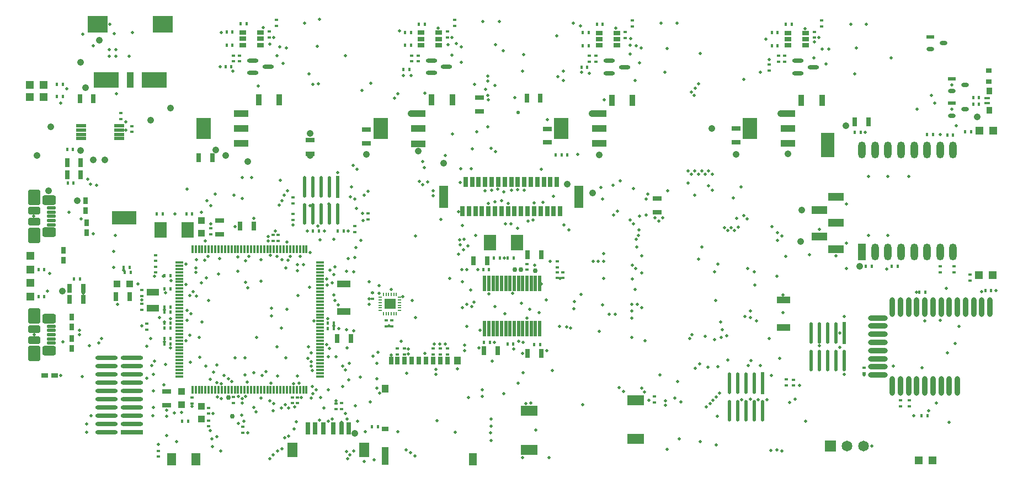
<source format=gts>
%FSLAX33Y33*%
%MOMM*%
%AMRect-W1500000-H2600000-RO0.500*
21,1,1.5,2.6,0.,0.,270*%
%AMRect-W670710-H1320710-RO1.000*
21,1,0.67071,1.32071,0.,0.,180*%
%AMRect-W370710-H570710-RO1.500*
21,1,0.37071,0.57071,0.,0.,90*%
%AMRect-W1200000-H1200000-RO1.000*
21,1,1.2,1.2,0.,0.,180*%
%AMRect-W1291421-H1844948-RO1.000*
21,1,1.291421,1.844948,0.,0.,180*%
%AMRect-W370710-H570710-RO0.500*
21,1,0.37071,0.57071,0.,0.,270*%
%AMRect-W1650000-H1650000-RO1.500*
21,1,1.65,1.65,0.,0.,90*%
%AMRect-W370710-H570710-RO1.000*
21,1,0.37071,0.57071,0.,0.,180*%
%AMRect-W670710-H1320710-RO1.500*
21,1,0.67071,1.32071,0.,0.,90*%
%AMRect-W1140000-H2290000-RO0.500*
21,1,1.14,2.29,0.,0.,270*%
%AMRect-W600000-H1050000-RO0.500*
21,1,0.6,1.05,0.,0.,270*%
%AMRR-H2375000-W1900000-R299999-RO0.000*
21,1,1.300002,2.375,0.,0.,360*
21,1,1.9,1.775002,0.,0.,360*
1,1,0.599998,-0.650001,0.887501*
1,1,0.599998,0.650001,0.887501*
1,1,0.599998,0.650001,-0.887501*
1,1,0.599998,-0.650001,-0.887501*%
%AMRR-H1174999-W1900000-R299999-RO0.000*
21,1,1.300002,1.174999,0.,0.,360*
21,1,1.9,0.575001,0.,0.,360*
1,1,0.599998,-0.650001,0.2875005*
1,1,0.599998,0.650001,0.2875005*
1,1,0.599998,0.650001,-0.2875005*
1,1,0.599998,-0.650001,-0.2875005*%
%AMRR-H1475000-W2100000-R299999-RO0.000*
21,1,1.500002,1.475,0.,0.,360*
21,1,2.1,0.875002,0.,0.,360*
1,1,0.599998,-0.750001,0.437501*
1,1,0.599998,0.750001,0.437501*
1,1,0.599998,0.750001,-0.437501*
1,1,0.599998,-0.750001,-0.437501*%
%AMRR-H450000-W1380000-R100000-RO0.000*
21,1,1.18,0.45,0.,0.,360*
21,1,1.38,0.25,0.,0.,360*
1,1,0.2,-0.59,0.125*
1,1,0.2,0.59,0.125*
1,1,0.2,0.59,-0.125*
1,1,0.2,-0.59,-0.125*%
%AMRect-W1020000-H760000-RO1.500*
21,1,1.02,0.76,0.,0.,90*%
%AMRR-H637228-W1771339-R318614-RO0.000*
21,1,1.134111,0.637228,0.,0.,360*
1,1,0.637228,-0.5670555,0.*
1,1,0.637228,0.5670555,0.*
1,1,0.637228,0.5670555,-0.*
1,1,0.637228,-0.5670555,0.*%
%AMRect-W3810000-H2290000-RO1.000*
21,1,3.81,2.29,0.,0.,180*%
%AMRect-W1020000-H2290000-RO1.000*
21,1,1.02,2.29,0.,0.,180*%
%AMRect-W3000000-H2500000-RO1.000*
21,1,3.,2.5,0.,0.,180*%
%AMRect-W300000-H1200000-RO1.000*
21,1,0.3,1.2,0.,0.,180*%
%AMRect-W1200000-H300000-RO1.000*
21,1,1.2,0.3,0.,0.,180*%
%AMRect-W1000000-H1000000-RO1.000*
21,1,1.,1.,0.,0.,180*%
%AMRect-W2352833-H494928-RO1.500*
21,1,2.352833,0.494928,0.,0.,90*%
%AMRect-W3323205-H541421-RO0.500*
21,1,3.323205,0.541421,0.,0.,270*%
%AMRR-H541421-W3323205-R270710-RO0.500*
21,1,2.781785,0.541421,0.,0.,270*
21,1,3.323205,0.000001,0.,0.,270*
1,1,0.54142,0.0000005,1.3908925*
1,1,0.54142,0.0000005,-1.3908925*
1,1,0.54142,-0.0000005,-1.3908925*
1,1,0.54142,-0.0000005,1.3908925*%
%AMRect-W950000-H2150000-RO1.500*
21,1,0.95,2.15,0.,0.,90*%
%AMRect-W3250000-H2150000-RO1.500*
21,1,3.25,2.15,0.,0.,90*%
%AMRR-H750000-W750000-R375000-RO1.500*
1,1,0.75,-0.,-0.*
1,1,0.75,-0.,0.*
1,1,0.75,0.,0.*
1,1,0.75,0.,-0.*%
%AMRect-W670710-H1320710-RO0.500*
21,1,0.67071,1.32071,0.,0.,270*%
%AMRect-W670710-H870710-RO1.500*
21,1,0.67071,0.87071,0.,0.,90*%
%AMRect-W1020000-H760000-RO0.500*
21,1,1.02,0.76,0.,0.,270*%
%AMRR-H200000-W634948-R100000-RO0.000*
21,1,0.434948,0.2,0.,0.,360*
1,1,0.2,-0.217474,0.*
1,1,0.2,0.217474,0.*
1,1,0.2,0.217474,-0.*
1,1,0.2,-0.217474,0.*%
%AMRR-H634948-W200000-R100000-RO0.000*
21,1,0.2,0.434948,0.,0.,360*
1,1,0.2,0.,0.217474*
1,1,0.2,0.,0.217474*
1,1,0.2,0.,-0.217474*
1,1,0.2,-0.,-0.217474*%
%AMRR-H610710-W1188281-R305355-RO0.000*
21,1,0.577571,0.61071,0.,0.,360*
1,1,0.61071,-0.2887855,0.*
1,1,0.61071,0.2887855,0.*
1,1,0.61071,0.2887855,-0.*
1,1,0.61071,-0.2887855,0.*%
%AMRect-W3456201-H624928-RO1.000*
21,1,3.456201,0.624928,0.,0.,180*%
%AMRR-H624928-W3456201-R312464-RO1.000*
21,1,2.831273,0.624928,0.,0.,180*
1,1,0.624928,1.4156365,-0.*
1,1,0.624928,-1.4156365,-0.*
1,1,0.624928,-1.4156365,0.*
1,1,0.624928,1.4156365,0.*%
%AMRect-W1500000-H450000-RO1.000*
21,1,1.5,0.45,0.,0.,180*%
%AMRect-W400000-H800000-RO1.500*
21,1,0.4,0.8,0.,0.,90*%
%AMRect-W1000000-H900000-RO1.500*
21,1,1.,0.9,0.,0.,90*%
%AMRect-W1200000-H1200000-RO0.500*
21,1,1.2,1.2,0.,0.,270*%
%AMRect-W1600000-H2200000-RO1.000*
21,1,1.6,2.2,0.,0.,180*%
%AMRect-W700000-H1800000-RO1.000*
21,1,0.7,1.8,0.,0.,180*%
%AMRect-W1000000-H1000000-RO0.500*
21,1,1.,1.,0.,0.,270*%
%AMRect-W1000000-H1000000-RO1.500*
21,1,1.,1.,0.,0.,90*%
%AMRect-W1000000-H2000000-RO0.500*
21,1,1.,2.,0.,0.,270*%
%AMRect-W1000000-H1800000-RO1.500*
21,1,1.,1.8,0.,0.,90*%
%AMRR-H750000-W750000-R375000-RO0.000*
1,1,0.75,0.,0.*
1,1,0.75,0.,0.*
1,1,0.75,0.,-0.*
1,1,0.75,-0.,0.*%
%AMRect-W700000-H1500000-RO1.000*
21,1,0.7,1.5,0.,0.,180*%
%AMRect-W1300000-H3400000-RO1.000*
21,1,1.3,3.4,0.,0.,180*%
%AMRR-H850000-W3000000-R425000-RO0.500*
21,1,2.15,0.85,0.,0.,270*
1,1,0.85,0.,1.075*
1,1,0.85,0.,-1.075*
1,1,0.85,-0.,-1.075*
1,1,0.85,-0.,1.075*%
%AMRR-H3000000-W850000-R425000-RO0.500*
21,1,0.85,2.15,0.,0.,270*
1,1,0.85,1.075,0.*
1,1,0.85,1.075,-0.*
1,1,0.85,-1.075,-0.*
1,1,0.85,-1.075,0.*%
%AMRect-W2000000-H3800000-RO0.500*
21,1,2.,3.8,0.,0.,270*%
%AMRect-W2570710-H1170710-RO1.500*
21,1,2.57071,1.17071,0.,0.,90*%
%AMRR-H1170710-W2570710-R585355-RO1.500*
21,1,1.4,1.17071,0.,0.,90*
1,1,1.17071,-0.,-0.7*
1,1,1.17071,-0.,0.7*
1,1,1.17071,0.,0.7*
1,1,1.17071,0.,-0.7*%
%AMRect-W1900000-H2400000-RO1.000*
21,1,1.9,2.4,0.,0.,180*%
%ADD10C,0.508*%
%ADD11C,1.0668*%
%ADD12C,0.5588*%
%ADD13R,0.37071X0.57071*%
%ADD14Rect-W1500000-H2600000-RO0.500*%
%ADD15Rect-W670710-H1320710-RO1.000*%
%ADD16R,0.7X1.2*%
%ADD17R,1.X1.2*%
%ADD18R,1.X0.8*%
%ADD19R,1.3X1.9*%
%ADD20R,1.X2.8*%
%ADD21Rect-W370710-H570710-RO1.500*%
%ADD22R,2.X3.8*%
%ADD23Rect-W1200000-H1200000-RO1.000*%
%ADD24Rect-W1291421-H1844948-RO1.000*%
%ADD25Rect-W370710-H570710-RO0.500*%
%ADD26C,1.65*%
%ADD27Rect-W1650000-H1650000-RO1.500*%
%ADD28Rect-W370710-H570710-RO1.000*%
%ADD29Rect-W670710-H1320710-RO1.500*%
%ADD30Rect-W1140000-H2290000-RO0.500*%
%ADD31Rect-W600000-H1050000-RO0.500*%
%ADD32RR-H2375000-W1900000-R299999-RO0.000*%
%ADD33RR-H1174999-W1900000-R299999-RO0.000*%
%ADD34RR-H1475000-W2100000-R299999-RO0.000*%
%ADD35RR-H450000-W1380000-R100000-RO0.000*%
%ADD36Rect-W1020000-H760000-RO1.500*%
%ADD37RR-H637228-W1771339-R318614-RO0.000*%
%ADD38Rect-W3810000-H2290000-RO1.000*%
%ADD39Rect-W1020000-H2290000-RO1.000*%
%ADD40Rect-W3000000-H2500000-RO1.000*%
%ADD41R,0.67071X1.32071*%
%ADD42Rect-W300000-H1200000-RO1.000*%
%ADD43Rect-W1200000-H300000-RO1.000*%
%ADD44Rect-W1000000-H1000000-RO1.000*%
%ADD45Rect-W2352833-H494928-RO1.500*%
%ADD46R,0.82071X1.67071*%
%ADD47Rect-W3323205-H541421-RO0.500*%
%ADD48RR-H541421-W3323205-R270710-RO0.500*%
%ADD49Rect-W950000-H2150000-RO1.500*%
%ADD50Rect-W3250000-H2150000-RO1.500*%
%ADD51RR-H750000-W750000-R375000-RO1.500*%
%ADD52Rect-W670710-H1320710-RO0.500*%
%ADD53Rect-W670710-H870710-RO1.500*%
%ADD54Rect-W1020000-H760000-RO0.500*%
%ADD55R,1.7X1.54*%
%ADD56RR-H200000-W634948-R100000-RO0.000*%
%ADD57RR-H634948-W200000-R100000-RO0.000*%
%ADD58R,1.188281X0.61071*%
%ADD59RR-H610710-W1188281-R305355-RO0.000*%
%ADD60Rect-W3456201-H624928-RO1.000*%
%ADD61RR-H624928-W3456201-R312464-RO1.000*%
%ADD62Rect-W1500000-H450000-RO1.000*%
%ADD63R,1.9X2.4*%
%ADD64Rect-W400000-H800000-RO1.500*%
%ADD65Rect-W1000000-H900000-RO1.500*%
%ADD66Rect-W1200000-H1200000-RO0.500*%
%ADD67Rect-W1600000-H2200000-RO1.000*%
%ADD68Rect-W700000-H1800000-RO1.000*%
%ADD69R,1.02X0.76*%
%ADD70Rect-W1000000-H1000000-RO0.500*%
%ADD71Rect-W1000000-H1000000-RO1.500*%
%ADD72Rect-W1000000-H2000000-RO0.500*%
%ADD73Rect-W1000000-H1800000-RO1.500*%
%ADD74RR-H750000-W750000-R375000-RO0.000*%
%ADD75Rect-W700000-H1500000-RO1.000*%
%ADD76Rect-W1300000-H3400000-RO1.000*%
%ADD77RR-H850000-W3000000-R425000-RO0.500*%
%ADD78RR-H3000000-W850000-R425000-RO0.500*%
%ADD79Rect-W2000000-H3800000-RO0.500*%
%ADD80Rect-W2570710-H1170710-RO1.500*%
%ADD81RR-H1170710-W2570710-R585355-RO1.500*%
%ADD82Rect-W1900000-H2400000-RO1.000*%
D10*
%LNtop solder mask_traces*%
G01*
X138372Y22600D03*
X47696Y29755D03*
X45540Y35075D03*
X78650Y5850D03*
X39887Y62150D03*
X39075Y2665D03*
X46140Y9285D03*
X80475Y53500D03*
X82025Y60150D03*
X38425Y66155D03*
X53625Y26922D03*
X130250Y3450D03*
X69947Y18520D03*
X77925Y10025D03*
X114450Y19925D03*
X72852Y42907D03*
X33590Y8135D03*
X82875Y59525D03*
X45204Y37159D03*
X47475Y28455D03*
X58873Y14600D03*
X29775Y4835D03*
X41300Y2565D03*
X42165Y26530D03*
X75900Y36842D03*
D11*
X119325Y34796D03*
X50875Y5375D03*
D10*
X13343Y68199D03*
X46645Y28105D03*
X53840Y1325D03*
X67258Y62325D03*
X103100Y45650D03*
X75098Y26900D03*
X135950Y44800D03*
X27050Y20105D03*
X116641Y23924D03*
X121400Y65496D03*
D11*
X44075Y48050D03*
D10*
X100375Y68360D03*
X49750Y18455D03*
X52900Y42500D03*
X22585Y18455D03*
X41425Y37375D03*
X141697Y27650D03*
X89050Y32929D03*
X129725Y35750D03*
X70912Y42575D03*
X83400Y21711D03*
X6200Y31915D03*
X32990Y32430D03*
X71912Y42725D03*
X107155Y20075D03*
X41490Y13000D03*
X47650Y35150D03*
X28365Y32550D03*
X105100Y15525D03*
X28690Y13650D03*
X9750Y6812D03*
X38490Y9900D03*
X79179Y23931D03*
X44250Y17755D03*
X93400Y25196D03*
D11*
X29550Y48850D03*
D10*
X93400Y20108D03*
X120101Y7249D03*
X111600Y10587D03*
X117025Y32565D03*
X57980Y19475D03*
X103927Y4075D03*
X49025Y15655D03*
X8625Y20500D03*
X38925Y18630D03*
X72362Y19325D03*
X10750Y64880D03*
X111630Y23171D03*
X107605Y36975D03*
X43839Y60550D03*
X98825Y2900D03*
X72375Y58785D03*
X106325Y3550D03*
X139358Y57304D03*
X66812Y32850D03*
X120650Y32775D03*
X51100Y33895D03*
X93155Y63579D03*
X71786Y4275D03*
X49750Y7586D03*
X104630Y20230D03*
X25775Y23755D03*
X28140Y29255D03*
X36490Y28700D03*
X66673Y15250D03*
X108655Y36975D03*
X21871Y15955D03*
X142492Y55120D03*
X16300Y63295D03*
X51250Y45936D03*
X87488Y31796D03*
X77117Y9975D03*
X27340Y28455D03*
X40195Y9805D03*
X93125Y38110D03*
X105150Y43375D03*
X69633Y51644D03*
X133500Y15658D03*
X40750Y9250D03*
X57550Y57475D03*
X98600Y10350D03*
X122230Y18800D03*
X30446Y10684D03*
X36875Y67649D03*
X44489Y58925D03*
X102269Y19916D03*
X28475Y25800D03*
X63650Y67585D03*
X74832Y37525D03*
X40050Y41897D03*
X39075Y14130D03*
X51000Y9625D03*
X4025Y22988D03*
X42340Y13075D03*
X100975Y10226D03*
X22075Y5025D03*
X19000Y18755D03*
X92150Y11775D03*
X95446Y19609D03*
X40497Y24402D03*
X54500Y17820D03*
X143050Y19125D03*
X66481Y65259D03*
X34390Y13200D03*
X102580Y45175D03*
X113940Y65925D03*
X4025Y18055D03*
X76912Y42725D03*
X80400Y18040D03*
X54275Y12300D03*
X49850Y32211D03*
X85625Y26725D03*
D11*
X117350Y48275D03*
D10*
X71786Y7586D03*
X52050Y39111D03*
X72500Y48619D03*
X74912Y42725D03*
X104150Y33975D03*
X18200Y25850D03*
X112275Y28146D03*
X62958Y41842D03*
X72509Y65094D03*
X60255Y23100D03*
X71786Y6480D03*
X67658Y35175D03*
X54275Y13730D03*
X100650Y4475D03*
X22075Y8900D03*
X72434Y24800D03*
X38125Y23425D03*
X9260Y26825D03*
X51325Y7215D03*
X45275Y59025D03*
X61588Y46200D03*
X88911Y25119D03*
X91620Y44100D03*
X54650Y26850D03*
X76625Y61000D03*
X111130Y38296D03*
X61300Y47075D03*
D11*
X20221Y58950D03*
D10*
X21685Y22455D03*
X93946Y27496D03*
X76015Y19459D03*
X90590Y38900D03*
X106075Y30150D03*
X122100Y66116D03*
X89050Y31796D03*
X114775Y2725D03*
X69308Y58975D03*
X66812Y39375D03*
X13880Y30858D03*
X110275Y10537D03*
X78412Y40750D03*
X75320Y18310D03*
X110736Y23271D03*
D11*
X8860Y48825D03*
D10*
X50630Y46475D03*
X50175Y2025D03*
X139175Y64355D03*
X28195Y41100D03*
X90845Y23646D03*
X126325Y40600D03*
X55675Y1075D03*
X11625Y19250D03*
X112825Y10537D03*
X28775Y40340D03*
X46843Y17105D03*
X71857Y49150D03*
X9125Y66630D03*
X93400Y24146D03*
X9950Y44390D03*
X47120Y30430D03*
X88375Y20996D03*
X88675Y43125D03*
X1600Y38700D03*
X132562Y30600D03*
X49819Y1450D03*
X14165Y35725D03*
X43189Y68340D03*
X105775Y42705D03*
X20891Y23105D03*
X139925Y56070D03*
X76818Y63501D03*
X38750Y36400D03*
X57475Y5600D03*
X13204Y63295D03*
X74002Y37560D03*
X45450Y7390D03*
X19000Y13800D03*
X40497Y34720D03*
X81925Y66375D03*
X13880Y33325D03*
X32490Y16950D03*
X35404Y38341D03*
X110630Y38846D03*
X39350Y64734D03*
X44195Y15680D03*
X56473Y17385D03*
X1125Y28458D03*
D11*
X60650Y48725D03*
D10*
X71496Y26750D03*
X20002Y9355D03*
X63350Y14390D03*
X27340Y39335D03*
X91450Y12400D03*
X7475Y23205D03*
X48299Y45375D03*
X114850Y14250D03*
X61300Y43525D03*
X40375Y64549D03*
X126040Y23275D03*
X126325Y30697D03*
X83025Y37373D03*
X34500Y27675D03*
X116475Y35646D03*
X116641Y26646D03*
X78262Y38150D03*
X136697Y8050D03*
X25200Y24240D03*
X69775Y30496D03*
X43040Y31305D03*
X119125Y12735D03*
X116450Y2675D03*
X8925Y38275D03*
X25025Y28255D03*
X140175Y10050D03*
X108124Y16650D03*
X103780Y16045D03*
X137122Y27058D03*
X48475Y21455D03*
X49425Y8425D03*
X93400Y23071D03*
X27890Y31913D03*
X94925Y12295D03*
X94900Y24646D03*
X98130Y38475D03*
X46796Y22955D03*
X129225Y51578D03*
X94125Y35146D03*
X94900Y32646D03*
X43219Y44650D03*
X71278Y57285D03*
X37840Y10379D03*
X104680Y45150D03*
X106511Y7975D03*
X105200Y45650D03*
X67750Y18079D03*
X123225Y62087D03*
X138982Y8857D03*
X26490Y30055D03*
X9050Y14119D03*
X110934Y13075D03*
X109730Y36996D03*
X47696Y21850D03*
X119438Y56650D03*
D11*
X3900Y42650D03*
D10*
X129425Y68201D03*
X126040Y14388D03*
X26527Y1950D03*
X127025Y68201D03*
X67083Y43925D03*
X141825Y17700D03*
X111175Y30646D03*
X105730Y45150D03*
X102050Y45650D03*
X43640Y36400D03*
X140750Y22722D03*
X105432Y9900D03*
X111675Y16550D03*
X20175Y16455D03*
X65450Y29175D03*
X93450Y29046D03*
X29225Y14780D03*
X42564Y32525D03*
X61639Y57600D03*
X67259Y64750D03*
X63480Y7350D03*
X110575Y59700D03*
X37840Y1425D03*
X58800Y2850D03*
X50775Y21145D03*
X41710Y9400D03*
X50253Y41650D03*
X127838Y64569D03*
X80319Y25831D03*
X38950Y63383D03*
X85550Y67890D03*
X7475Y18440D03*
X85900Y9725D03*
X32190Y60963D03*
X19550Y19930D03*
X77315Y23075D03*
X56975Y56850D03*
D11*
X146400Y53950D03*
D10*
X60813Y44049D03*
D11*
X116275Y54477D03*
X109375Y48223D03*
D10*
X22585Y22955D03*
X15445Y30450D03*
X36120Y58700D03*
X15788Y51925D03*
X12075Y19915D03*
X115765Y36196D03*
X29775Y15830D03*
D11*
X88385Y48089D03*
D10*
X25900Y9470D03*
X94825Y64569D03*
X36490Y32005D03*
X34140Y31875D03*
X52500Y5600D03*
X52335Y41925D03*
X44024Y33105D03*
X103100Y41975D03*
X65925Y51317D03*
X47850Y25755D03*
X38374Y2025D03*
X62100Y43950D03*
X113164Y15789D03*
D11*
X2120Y48075D03*
D10*
X95630Y41310D03*
X41950Y7150D03*
X35850Y20100D03*
X59150Y17571D03*
X39500Y44225D03*
X122220Y36700D03*
X123637Y64410D03*
X71761Y5425D03*
X20002Y14432D03*
X64805Y19075D03*
X75425Y56925D03*
X27140Y17055D03*
X21871Y26955D03*
X67577Y33534D03*
X86860Y60665D03*
X10150Y18800D03*
X70960Y58225D03*
X33615Y10684D03*
X93891Y59550D03*
X37640Y35620D03*
X44400Y12600D03*
X30425Y66878D03*
X64800Y48000D03*
X142075Y7075D03*
X38365Y8825D03*
X70425Y11075D03*
X79512Y28300D03*
X30446Y12950D03*
X26490Y30755D03*
X10350Y43640D03*
X67750Y18950D03*
X83784Y36600D03*
X44250Y16355D03*
X53350Y59150D03*
X14500Y25200D03*
X35440Y14645D03*
X5738Y56075D03*
X73789Y42405D03*
X63950Y19100D03*
X114125Y10537D03*
X52325Y1075D03*
X14343Y57500D03*
X9750Y5542D03*
X61630Y17654D03*
X98845Y64475D03*
X71278Y60200D03*
X143372Y12683D03*
X93625Y37496D03*
X27968Y34905D03*
X67398Y24650D03*
X21650Y12777D03*
X40161Y4650D03*
X85675Y60850D03*
X50070Y16095D03*
X33640Y9990D03*
X111630Y24146D03*
X25125Y42844D03*
X3900Y36238D03*
X23275Y39049D03*
X32540Y37100D03*
X112175Y30146D03*
X71278Y59485D03*
X41625Y6075D03*
X25650Y16255D03*
X91205Y39472D03*
X71950Y16450D03*
X30325Y2675D03*
X46990Y18430D03*
X38125Y24550D03*
X50375Y43241D03*
X73818Y32320D03*
X107930Y20350D03*
X56725Y25037D03*
X143150Y52568D03*
X127589Y60525D03*
X33874Y7256D03*
X67062Y34296D03*
X89050Y29150D03*
X43929Y27815D03*
X26640Y32027D03*
X46575Y29105D03*
X33640Y41450D03*
X84400Y68375D03*
X44600Y22605D03*
D11*
X87310Y54475D03*
X83525Y43625D03*
D10*
X75900Y42825D03*
X32065Y13290D03*
X11300Y43490D03*
X98875Y42625D03*
X106630Y15575D03*
X111255Y15789D03*
X76696Y14635D03*
X39725Y32005D03*
X94400Y35796D03*
X68300Y34175D03*
X47425Y7586D03*
X94557Y62281D03*
X22678Y28774D03*
X94075Y64913D03*
X68808Y45975D03*
X35050Y44650D03*
X115765Y34996D03*
X64075Y41300D03*
X58250Y26337D03*
X65820Y63483D03*
D11*
X21050Y59800D03*
D10*
X56500Y27479D03*
X35400Y9350D03*
X71412Y40650D03*
X33640Y44650D03*
X129035Y14333D03*
X4050Y29900D03*
X94250Y25196D03*
X52000Y58050D03*
X106869Y11525D03*
X20002Y11892D03*
X95355Y11750D03*
X10450Y8082D03*
X33000Y11055D03*
X142492Y58889D03*
X37265Y14855D03*
X53251Y10156D03*
X97566Y37996D03*
X59700Y25737D03*
X93450Y31146D03*
D11*
X105722Y52177D03*
D10*
X78500Y31210D03*
X76696Y19325D03*
X39725Y41131D03*
X68325Y10875D03*
X96980Y38475D03*
X26625Y26415D03*
X50750Y2665D03*
D11*
X4211Y52425D03*
D10*
X103630Y45175D03*
X84544Y24496D03*
X112575Y22635D03*
X74412Y40650D03*
X19723Y15780D03*
X97725Y14375D03*
D11*
X19560Y53485D03*
D10*
X12812Y16972D03*
X40340Y16955D03*
X60175Y1850D03*
D11*
X8325Y41095D03*
D10*
X82875Y60975D03*
X132718Y35750D03*
D11*
X22625Y55321D03*
D10*
X42129Y14130D03*
D11*
X31115Y48010D03*
D10*
X43675Y16850D03*
X45759Y44650D03*
X34615Y32535D03*
X39300Y40450D03*
X97859Y68360D03*
X57750Y67174D03*
X103121Y58375D03*
X59150Y18346D03*
X49450Y15100D03*
D11*
X6050Y27225D03*
D10*
X103105Y15349D03*
X32990Y30275D03*
X107075Y22480D03*
X21685Y19455D03*
X5750Y14275D03*
X106580Y31375D03*
X84050Y21520D03*
X68113Y30496D03*
X110130Y43225D03*
X16662Y16972D03*
D11*
X64525Y46825D03*
D10*
X67200Y46000D03*
X114900Y37146D03*
X39640Y9250D03*
X67412Y37289D03*
X85250Y42275D03*
X104150Y45650D03*
X44025Y40350D03*
X32325Y41925D03*
X76007Y13096D03*
X69023Y0850D03*
X54275Y16082D03*
X51775Y13975D03*
X39700Y3000D03*
X68933Y49043D03*
X48850Y7050D03*
X65820Y66169D03*
X14203Y63295D03*
X35750Y8675D03*
D11*
X119475Y39625D03*
X128350Y30983D03*
X59575Y54450D03*
D10*
X53108Y26007D03*
X94145Y33975D03*
X71345Y52450D03*
X25585Y20430D03*
X54650Y28051D03*
X102950Y57250D03*
X95630Y38900D03*
X59450Y2400D03*
X124760Y32650D03*
X29775Y13150D03*
D12*
X77400Y56425D03*
D10*
X68050Y25163D03*
X27450Y22455D03*
X113150Y60824D03*
X109500Y38350D03*
X100023Y10750D03*
X43725Y5700D03*
X89925Y23646D03*
X53700Y17200D03*
X133197Y62987D03*
X31490Y13750D03*
X93675Y42995D03*
X102514Y57800D03*
D11*
X10750Y47325D03*
D12*
X79300Y56425D03*
D10*
X65250Y65094D03*
X81250Y15025D03*
X20187Y29455D03*
X98600Y9675D03*
X43775Y18630D03*
X42140Y30350D03*
X93246Y66025D03*
X84594Y25575D03*
X4385Y19225D03*
X143650Y21750D03*
X104875Y9400D03*
D11*
X87375Y42275D03*
D10*
X94480Y36646D03*
X149250Y27298D03*
X40640Y31923D03*
X45655Y10890D03*
X6749Y58275D03*
X30250Y61700D03*
X16808Y66875D03*
X49950Y13575D03*
X68050Y21775D03*
X79562Y45937D03*
X40990Y32500D03*
X137150Y55120D03*
X48048Y17105D03*
D11*
X11728Y65740D03*
D10*
X70559Y68635D03*
X25025Y19605D03*
X20750Y3675D03*
D11*
X126250Y52568D03*
D10*
X70125Y21200D03*
X45501Y68951D03*
X49452Y63372D03*
D11*
X9575Y58484D03*
D10*
X117600Y10100D03*
X34140Y28550D03*
X46850Y7200D03*
X28050Y15675D03*
X108976Y41555D03*
X21541Y29455D03*
X73675Y64103D03*
X103630Y32089D03*
D11*
X34475Y47075D03*
D10*
X102075Y43800D03*
X137947Y15475D03*
X30840Y14294D03*
X70425Y12082D03*
X73408Y41075D03*
X36490Y10740D03*
X58375Y60325D03*
X64150Y38205D03*
X102630Y20475D03*
X28775Y37555D03*
X24325Y8600D03*
X103650Y59050D03*
X125350Y20775D03*
X76471Y25325D03*
X42140Y31305D03*
X50925Y32400D03*
X60255Y35700D03*
X67350Y30545D03*
X39650Y21550D03*
X49850Y36400D03*
X47998Y10395D03*
X45168Y64780D03*
X66325Y5550D03*
X79787Y40870D03*
X100425Y13300D03*
X25025Y31325D03*
X23225Y8470D03*
D11*
X44075Y51410D03*
D10*
X93975Y30675D03*
X36640Y14244D03*
X44940Y12055D03*
X108130Y36496D03*
X80875Y31766D03*
X50750Y30130D03*
X6110Y19450D03*
X22075Y8026D03*
X44400Y14980D03*
X108394Y11650D03*
X147122Y27125D03*
X73942Y23767D03*
X13204Y64270D03*
X48350Y25105D03*
X140718Y51253D03*
X63350Y15142D03*
X49625Y21276D03*
X56195Y21907D03*
X90545Y43424D03*
X51810Y34975D03*
X25200Y22755D03*
X29519Y42125D03*
X62950Y42575D03*
X19932Y8082D03*
X81412Y41800D03*
X122575Y64410D03*
X25550Y26540D03*
X118475Y10625D03*
X28950Y4475D03*
X53108Y28622D03*
X23550Y4050D03*
X34090Y16950D03*
X40775Y4950D03*
X37900Y65134D03*
X67409Y28666D03*
X121375Y62987D03*
X44215Y10761D03*
X106350Y10961D03*
D11*
X12564Y47325D03*
D10*
X51121Y39900D03*
X29990Y29860D03*
X3725Y27225D03*
D11*
X52676Y48225D03*
D10*
X93155Y64984D03*
X8625Y21200D03*
X34065Y14319D03*
X59560Y60325D03*
X38990Y32500D03*
X68825Y24800D03*
X94630Y38750D03*
X107280Y21250D03*
X126325Y34539D03*
X37640Y34905D03*
X34450Y5482D03*
X80675Y1650D03*
X14203Y64270D03*
X95836Y42095D03*
X13950Y66725D03*
X50925Y41375D03*
X37990Y32695D03*
D12*
X75925Y54615D03*
D10*
X115650Y29496D03*
X53108Y25137D03*
X105875Y10450D03*
X63075Y19100D03*
X49600Y30255D03*
X85075Y48200D03*
X68725Y27350D03*
X73775Y11450D03*
X29075Y3300D03*
D11*
X8848Y62350D03*
D10*
X76665Y17649D03*
X40340Y30755D03*
X76650Y1650D03*
X29840Y10990D03*
X49625Y2550D03*
X18200Y21875D03*
X109180Y36496D03*
X38075Y13075D03*
X46250Y36400D03*
X29140Y8384D03*
X120029Y67525D03*
X82275Y21805D03*
X17600Y28274D03*
X69424Y35723D03*
X52150Y38025D03*
X103925Y63675D03*
X77767Y24431D03*
X1725Y20525D03*
X42725Y10890D03*
X71401Y56574D03*
X47850Y30955D03*
X44500Y11455D03*
X47696Y26605D03*
X129725Y44800D03*
X90950Y67600D03*
X34177Y11055D03*
X46925Y40615D03*
X88911Y41375D03*
X73075Y68635D03*
X88251Y31796D03*
X66950Y35050D03*
X132718Y44800D03*
X116125Y16913D03*
X72412Y40950D03*
X94900Y30025D03*
X10800Y36025D03*
X15788Y53185D03*
X46596Y18987D03*
X7050Y39350D03*
X40575Y42575D03*
X96012Y10475D03*
X98520Y60809D03*
X114469Y62724D03*
D11*
X18800Y59075D03*
D10*
X106105Y19775D03*
X106275Y25725D03*
X46843Y12055D03*
X49075Y12600D03*
X26125Y27105D03*
X54730Y11525D03*
X82400Y29150D03*
X77505Y37975D03*
X28690Y5825D03*
X33000Y6857D03*
X125350Y18550D03*
X30140Y32195D03*
X115650Y2850D03*
X69200Y25475D03*
X89150Y56625D03*
X21685Y24326D03*
%LNtop solder mask component 8d8176c652b28f31*%
D13*
X21685Y23955D03*
X22585Y23955D03*
%LNtop solder mask component 3d01b59ca16decc5*%
D14*
X94030Y10475D03*
X94030Y4475D03*
%LNtop solder mask component fe16d7437670ba7e*%
D13*
X24410Y7240D03*
X25310Y7240D03*
%LNtop solder mask component 0e7b35130d0ff99a*%
D15*
X72846Y18079D03*
X70746Y18079D03*
%LNtop solder mask component fd7a499a83045005*%
D16*
X65123Y16505D03*
X64023Y16505D03*
X62923Y16505D03*
X61823Y16505D03*
X60723Y16505D03*
X59623Y16505D03*
X58523Y16505D03*
X57423Y16505D03*
D17*
X66673Y16505D03*
X55523Y12205D03*
D18*
X55523Y6005D03*
D19*
X69023Y1405D03*
D16*
X56473Y16505D03*
D20*
X55523Y1855D03*
%LNtop solder mask component 472ee2c8e8218825*%
D13*
X31250Y64950D03*
X32150Y64950D03*
%LNtop solder mask component 5b5cd6c896aa0a3e*%
D21*
X32275Y10026D03*
X32275Y10926D03*
%LNtop solder mask component 1a99584b80df3def*%
D15*
X8860Y45050D03*
X6760Y45050D03*
%LNtop solder mask component f3710dcd90077b2c*%
D22*
X123490Y49678D03*
%LNtop solder mask component d2ac5b4ecff3f70d*%
D23*
X148795Y29684D03*
X146695Y29684D03*
%LNtop solder mask component 144914b3b249c942*%
X3150Y58875D03*
X1050Y58875D03*
%LNtop solder mask component 3b8d17955e2cfb77*%
D24*
X26542Y1378D03*
X22789Y1378D03*
%LNtop solder mask component 2b154f964bafbd44*%
D13*
X74384Y32320D03*
X75284Y32320D03*
%LNtop solder mask component 9dc9427ff78a1708*%
D25*
X93531Y68781D03*
X93531Y67881D03*
%LNtop solder mask component 9a6a617898d3f957*%
D26*
X126425Y3450D03*
X128965Y3450D03*
D27*
X123885Y3450D03*
%LNtop solder mask component 1aa91201bface204*%
D13*
X15445Y30858D03*
X16345Y30858D03*
%LNtop solder mask component e4a1908786f7aa51*%
D25*
X65149Y18385D03*
X65149Y17485D03*
%LNtop solder mask component 7beaa66a6f42ca7d*%
D21*
X41425Y40680D03*
X41425Y41580D03*
%LNtop solder mask component e68585f2b13395c5*%
X28490Y6440D03*
X28490Y7340D03*
%LNtop solder mask component ef7b2a48bf855c81*%
D28*
X73148Y32320D03*
X72248Y32320D03*
%LNtop solder mask component 3dea93f421841177*%
D21*
X121425Y66116D03*
X121425Y67016D03*
%LNtop solder mask component 1809069dcdc6f26b*%
D29*
X97285Y39335D03*
X97285Y41435D03*
%LNtop solder mask component d80c84a6e1eed75a*%
D13*
X60761Y68225D03*
X61661Y68225D03*
%LNtop solder mask component 8d3a2affb6dbb62b*%
D30*
X122220Y35625D03*
X124760Y33625D03*
X122220Y39625D03*
X124760Y37725D03*
X124760Y41725D03*
%LNtop solder mask component 0880f7deec2e2533*%
D31*
X117379Y66831D03*
X117379Y65881D03*
X117379Y64931D03*
X120079Y64931D03*
X120079Y65881D03*
X120079Y66831D03*
%LNtop solder mask component e63c2a67783a0d7f*%
D25*
X140732Y30999D03*
X140732Y30099D03*
%LNtop solder mask component c79736d5252f37d5*%
D32*
X1700Y41613D03*
X1700Y35788D03*
D33*
X1700Y37863D03*
X1700Y39538D03*
D34*
X4000Y41163D03*
X4000Y36238D03*
D35*
X4360Y38700D03*
X4360Y39350D03*
X4360Y38050D03*
X4360Y37400D03*
X4360Y40000D03*
%LNtop solder mask component 6727a126ecd7265b*%
D31*
X88385Y66825D03*
X88385Y65875D03*
X88385Y64925D03*
X91085Y64925D03*
X91085Y65875D03*
X91085Y66825D03*
%LNtop solder mask component c0d4c99dee96a193*%
D29*
X44075Y48300D03*
X44075Y50400D03*
%LNtop solder mask component 8ae947fe91c62255*%
D36*
X7475Y18440D03*
X7475Y19960D03*
%LNtop solder mask component 2876f27dea03bff9*%
D23*
X3150Y56975D03*
X1050Y56975D03*
%LNtop solder mask component c6927a688512526e*%
D13*
X144574Y51675D03*
X145474Y51675D03*
%LNtop solder mask component 828fb400653a4caa*%
D21*
X145332Y28850D03*
X145332Y29750D03*
%LNtop solder mask component b6e25831873a2cb3*%
D13*
X81725Y48089D03*
X82625Y48089D03*
%LNtop solder mask component 1f7c8ee6a5a79f3e*%
D15*
X9240Y25975D03*
X7140Y25975D03*
%LNtop solder mask component 04aea7dac335c8d7*%
D13*
X114890Y64887D03*
X115790Y64887D03*
%LNtop solder mask component c3ff120a042b8933*%
D25*
X114469Y61990D03*
X114469Y61090D03*
%LNtop solder mask component 185cd787fb42763c*%
D37*
X89917Y62556D03*
X89917Y60656D03*
X92269Y61606D03*
%LNtop solder mask component 924f47f1949394a8*%
D28*
X128533Y51578D03*
X127633Y51578D03*
%LNtop solder mask component 04740504d352c888*%
X130204Y30983D03*
X129304Y30983D03*
%LNtop solder mask component ecaac2564770111f*%
D38*
X20144Y59629D03*
X12774Y59629D03*
D39*
X16459Y59629D03*
D40*
X11459Y68199D03*
X21459Y68199D03*
%LNtop solder mask component d54c3967a96e4a27*%
D28*
X47696Y21455D03*
X46796Y21455D03*
%LNtop solder mask component bf5a0dbd02ced38a*%
D41*
X77432Y17649D03*
X79532Y17649D03*
%LNtop solder mask component 04bd8a68eac8c3b8*%
D13*
X137897Y8050D03*
X138797Y8050D03*
%LNtop solder mask component a59a4285760105a6*%
D21*
X134622Y9529D03*
X134622Y10429D03*
%LNtop solder mask component e247659ae5da2a05*%
X118210Y12715D03*
X118210Y13615D03*
%LNtop solder mask component 7d7ef2977a0af631*%
D25*
X52975Y39111D03*
X52975Y38211D03*
%LNtop solder mask component 144e545643c7742a*%
D21*
X116890Y62429D03*
X116890Y63329D03*
%LNtop solder mask component ee61eb7a1f021cdf*%
D42*
X43490Y33655D03*
X42990Y33655D03*
X42490Y33655D03*
X41990Y33655D03*
X41490Y33655D03*
X40990Y33655D03*
X40490Y33655D03*
X39990Y33655D03*
X39490Y33655D03*
X38990Y33655D03*
X38490Y33655D03*
X37990Y33655D03*
X37490Y33655D03*
X36990Y33655D03*
X36490Y33655D03*
X35990Y33655D03*
X35490Y33655D03*
X34990Y33655D03*
X34490Y33655D03*
X33990Y33655D03*
X33490Y33655D03*
X32990Y33655D03*
X32490Y33655D03*
X31990Y33655D03*
X31490Y33655D03*
X30990Y33655D03*
X30490Y33655D03*
X29990Y33655D03*
X29490Y33655D03*
X28990Y33655D03*
X28490Y33655D03*
X27990Y33655D03*
X27490Y33655D03*
X26990Y33655D03*
X26490Y33655D03*
X25990Y33655D03*
D43*
X23940Y31605D03*
X23940Y31105D03*
X23940Y30605D03*
X23940Y30105D03*
X23940Y29605D03*
X23940Y29105D03*
X23940Y28605D03*
X23940Y28105D03*
X23940Y27605D03*
X23940Y27105D03*
X23940Y26605D03*
X23940Y26105D03*
X23940Y25605D03*
X23940Y25105D03*
X23940Y24605D03*
X23940Y24105D03*
X23940Y23605D03*
X23940Y23105D03*
X23940Y22605D03*
X23940Y22105D03*
X23940Y21605D03*
X23940Y21105D03*
X23940Y20605D03*
X23940Y20105D03*
X23940Y19605D03*
X23940Y19105D03*
X23940Y18605D03*
X23940Y18105D03*
X23940Y17605D03*
X23940Y17105D03*
X23940Y16605D03*
X23940Y16105D03*
X23940Y15605D03*
X23940Y15105D03*
X23940Y14605D03*
X23940Y14105D03*
D42*
X25990Y12055D03*
X26490Y12055D03*
X26990Y12055D03*
X27490Y12055D03*
X27990Y12055D03*
X28490Y12055D03*
X28990Y12055D03*
X29490Y12055D03*
X29990Y12055D03*
X30490Y12055D03*
X30990Y12055D03*
X31490Y12055D03*
X31990Y12055D03*
X32490Y12055D03*
X32990Y12055D03*
X33490Y12055D03*
X33990Y12055D03*
X34490Y12055D03*
X34990Y12055D03*
X35490Y12055D03*
X35990Y12055D03*
X36490Y12055D03*
X36990Y12055D03*
X37490Y12055D03*
X37990Y12055D03*
X38490Y12055D03*
X38990Y12055D03*
X39490Y12055D03*
X39990Y12055D03*
X40490Y12055D03*
X40990Y12055D03*
X41490Y12055D03*
X41990Y12055D03*
X42490Y12055D03*
X42990Y12055D03*
X43490Y12055D03*
D43*
X45540Y14105D03*
X45540Y14605D03*
X45540Y15105D03*
X45540Y15605D03*
X45540Y16105D03*
X45540Y16605D03*
X45540Y17105D03*
X45540Y17605D03*
X45540Y18105D03*
X45540Y18605D03*
X45540Y19105D03*
X45540Y19605D03*
X45540Y20105D03*
X45540Y20605D03*
X45540Y21105D03*
X45540Y21605D03*
X45540Y22105D03*
X45540Y22605D03*
X45540Y23105D03*
X45540Y23605D03*
X45540Y24105D03*
X45540Y24605D03*
X45540Y25105D03*
X45540Y25605D03*
X45540Y26105D03*
X45540Y26605D03*
X45540Y27105D03*
X45540Y27605D03*
X45540Y28105D03*
X45540Y28605D03*
X45540Y29105D03*
X45540Y29605D03*
X45540Y30105D03*
X45540Y30605D03*
X45540Y31105D03*
X45540Y31605D03*
%LNtop solder mask component 1316ecc152b96bef*%
D13*
X21685Y21526D03*
X22585Y21526D03*
%LNtop solder mask component e71f3a43f9d186e2*%
D15*
X129733Y53228D03*
X127633Y53228D03*
%LNtop solder mask component 4f30c60152c740b4*%
D25*
X82860Y30125D03*
X82860Y29225D03*
%LNtop solder mask component 46051a69af0d5c49*%
X18200Y27355D03*
X18200Y26455D03*
%LNtop solder mask component 1f8d529a554370dc*%
D21*
X60611Y62481D03*
X60611Y63381D03*
%LNtop solder mask component 8cf7f09d2484a02e*%
D29*
X52676Y49925D03*
X52676Y52025D03*
%LNtop solder mask component 5cd36c68b9319886*%
D23*
X139525Y1225D03*
X137425Y1225D03*
%LNtop solder mask component 0a0e2f7a4f3ed2b9*%
D44*
X14380Y28274D03*
X16380Y28274D03*
%LNtop solder mask component a2b64e7ac695c449*%
D45*
X70815Y21430D03*
X71465Y21430D03*
X72115Y21430D03*
X72765Y21430D03*
X73415Y21430D03*
X74065Y21430D03*
X74715Y21430D03*
X75365Y21430D03*
X76015Y21430D03*
X76665Y21430D03*
X77315Y21430D03*
X77965Y21430D03*
X78615Y21430D03*
X79265Y21430D03*
X79265Y28380D03*
X78615Y28380D03*
X77965Y28380D03*
X77315Y28380D03*
X76665Y28380D03*
X76015Y28380D03*
X75365Y28380D03*
X74715Y28380D03*
X74065Y28380D03*
X73415Y28380D03*
X72765Y28380D03*
X72115Y28380D03*
X71465Y28380D03*
X70815Y28380D03*
%LNtop solder mask component 38765db894e370be*%
D25*
X20330Y30958D03*
X20330Y30058D03*
%LNtop solder mask component a37bbd21f024ed2e*%
D28*
X3265Y30500D03*
X2365Y30500D03*
%LNtop solder mask component e3f12bc31d3a9d5e*%
D25*
X16725Y52535D03*
X16725Y51635D03*
%LNtop solder mask component 5d60acce7bdf39a9*%
D29*
X109375Y50077D03*
X109375Y52177D03*
%LNtop solder mask component c858da9c56f3dd89*%
D46*
X36181Y56600D03*
X39331Y56600D03*
%LNtop solder mask component 63b482e9184ac18f*%
D25*
X142832Y30999D03*
X142832Y30099D03*
%LNtop solder mask component ad50baec9b816738*%
D47*
X126040Y20775D03*
D48*
X124770Y20775D03*
X123500Y20775D03*
X122230Y20775D03*
X120960Y20775D03*
X120960Y16575D03*
X122230Y16575D03*
X123500Y16575D03*
X124770Y16575D03*
X126040Y16575D03*
%LNtop solder mask component f2cf5345188db369*%
D21*
X48890Y9100D03*
X48890Y10000D03*
%LNtop solder mask component 353a72c03a01567e*%
D25*
X66247Y68840D03*
X66247Y67940D03*
%LNtop solder mask component f8b917937ce2e48c*%
D21*
X48002Y9071D03*
X48002Y9971D03*
%LNtop solder mask component 826ee86a6110c803*%
X65147Y66169D03*
X65147Y67069D03*
%LNtop solder mask component 83eb58aa2097c4ec*%
D28*
X49199Y36400D03*
X48299Y36400D03*
%LNtop solder mask component db17a9d485ecb4ec*%
D47*
X113474Y13075D03*
D48*
X112204Y13075D03*
X110934Y13075D03*
X109664Y13075D03*
X108394Y13075D03*
X108394Y8875D03*
X109664Y8875D03*
X110934Y8875D03*
X112204Y8875D03*
X113474Y8875D03*
%LNtop solder mask component 5ecef07d49f884a5*%
D21*
X15010Y53640D03*
X15010Y54540D03*
%LNtop solder mask component bee5185e08f694e2*%
D13*
X85896Y64881D03*
X86796Y64881D03*
%LNtop solder mask component 280561f3ec84658d*%
D25*
X38885Y68850D03*
X38885Y67950D03*
%LNtop solder mask component 5c266f642727c042*%
D23*
X148831Y51853D03*
X146731Y51853D03*
%LNtop solder mask component 49a83e3a9dc71b46*%
D21*
X28490Y8384D03*
X28490Y9284D03*
%LNtop solder mask component f08dc699ec134955*%
D49*
X117350Y49877D03*
X117350Y52177D03*
X117350Y54477D03*
D50*
X111550Y52177D03*
%LNtop solder mask component 69cd73b6b327bc92*%
D51*
X75473Y30545D03*
X75473Y30545D03*
%LNtop solder mask component 970d371178abbcf5*%
D13*
X5185Y57125D03*
X6085Y57125D03*
%LNtop solder mask component 39a0bfe3b2350c9e*%
D52*
X69998Y56909D03*
X69998Y54809D03*
%LNtop solder mask component 1cc09027eb38ce9b*%
D21*
X25900Y9970D03*
X25900Y10870D03*
%LNtop solder mask component 7107ca69831607bf*%
X41425Y38141D03*
X41425Y39041D03*
%LNtop solder mask component f48335e4e9decfc4*%
D25*
X50925Y37200D03*
X50925Y36300D03*
%LNtop solder mask component 3ab9664808152359*%
D28*
X7660Y48950D03*
X6760Y48950D03*
%LNtop solder mask component af033e1c492ae95d*%
D13*
X137557Y27058D03*
X138457Y27058D03*
%LNtop solder mask component 2d90ec1d0748b19b*%
D49*
X33465Y49856D03*
X33465Y52156D03*
X33465Y54456D03*
D50*
X27665Y52156D03*
%LNtop solder mask component d27d84eaa347f958*%
D25*
X64023Y18385D03*
X64023Y17485D03*
%LNtop solder mask component 5de6e7fe50158b50*%
D53*
X148175Y59375D03*
X148175Y61075D03*
%LNtop solder mask component 44c60319f72123e5*%
D29*
X22075Y9690D03*
X22075Y11790D03*
%LNtop solder mask component a55f8ae80a7a14a2*%
D52*
X30179Y38055D03*
X30179Y35955D03*
%LNtop solder mask component b3cf2e6ef0ef8bc3*%
D25*
X57423Y18385D03*
X57423Y17485D03*
%LNtop solder mask component 959c788615aec3ae*%
D54*
X9570Y41095D03*
X9570Y39575D03*
%LNtop solder mask component 49d05dd4d8323a29*%
D51*
X78615Y30310D03*
X78615Y30310D03*
%LNtop solder mask component 7430ddeb3dd5fc96*%
D25*
X81940Y30125D03*
X81940Y29225D03*
%LNtop solder mask component db6d5425d10731f1*%
D21*
X92431Y66110D03*
X92431Y67010D03*
%LNtop solder mask component 10dd6778e93854e2*%
X37785Y66180D03*
X37785Y67080D03*
%LNtop solder mask component 43362bd5c8bdc124*%
D13*
X31069Y61700D03*
X31969Y61700D03*
%LNtop solder mask component 9f2c17ba99f530e3*%
D55*
X56295Y25237D03*
D56*
X54795Y26237D03*
X54795Y25837D03*
X54795Y25437D03*
X54795Y25037D03*
X54795Y24637D03*
X54795Y24237D03*
X57795Y24237D03*
X57795Y24637D03*
X57795Y25037D03*
X57795Y25437D03*
X57795Y25837D03*
X57795Y26237D03*
D57*
X55295Y23737D03*
X55695Y23737D03*
X56095Y23737D03*
X56495Y23737D03*
X56895Y23737D03*
X57295Y23737D03*
X57295Y26737D03*
X56895Y26737D03*
X56495Y26737D03*
X56095Y26737D03*
X55695Y26737D03*
X55295Y26737D03*
%LNtop solder mask component 0b715b62e3bf0e49*%
D21*
X117146Y12735D03*
X117146Y13635D03*
%LNtop solder mask component 26c4431250563243*%
D41*
X77284Y56840D03*
X79384Y56840D03*
%LNtop solder mask component 6031f9cdd8e4b04e*%
D13*
X6845Y43775D03*
X7745Y43775D03*
%LNtop solder mask component ef280bc6f74bfb2e*%
D58*
X142492Y59839D03*
D59*
X142492Y57939D03*
X144574Y58889D03*
%LNtop solder mask component fa21a9d3bd844be7*%
D21*
X18200Y24326D03*
X18200Y25226D03*
%LNtop solder mask component d54e979d13f42d40*%
D49*
X88385Y49875D03*
X88385Y52175D03*
X88385Y54475D03*
D50*
X82585Y52175D03*
%LNtop solder mask component 9b55379032d8c9c0*%
D13*
X21685Y27540D03*
X22585Y27540D03*
%LNtop solder mask component e82b31195342867a*%
X117040Y68172D03*
X117940Y68172D03*
%LNtop solder mask component 7bf998789c9ff3ea*%
D21*
X33725Y5482D03*
X33725Y6382D03*
%LNtop solder mask component f3434e46003b0ccb*%
D13*
X21685Y22265D03*
X22585Y22265D03*
%LNtop solder mask component e23ea7a53add430a*%
D28*
X16530Y30058D03*
X15630Y30058D03*
%LNtop solder mask component 988c8f7ed45134d7*%
D36*
X9720Y36170D03*
X9720Y37690D03*
%LNtop solder mask component 02eef23b9c902560*%
D31*
X61101Y66884D03*
X61101Y65934D03*
X61101Y64984D03*
X63801Y64984D03*
X63801Y65934D03*
X63801Y66884D03*
%LNtop solder mask component 3f541ab5453583bc*%
D60*
X16662Y5542D03*
D61*
X16662Y6812D03*
X16662Y8082D03*
X16662Y9352D03*
X16662Y10622D03*
X16662Y11892D03*
X16662Y13162D03*
X16662Y14432D03*
X16662Y15702D03*
X16662Y16972D03*
X12812Y16972D03*
X12812Y15702D03*
X12812Y14432D03*
X12812Y13162D03*
X12812Y11892D03*
X12812Y10622D03*
X12812Y9352D03*
X12812Y8082D03*
X12812Y6812D03*
X12812Y5542D03*
%LNtop solder mask component 62634b369605b090*%
D25*
X62909Y18385D03*
X62909Y17485D03*
%LNtop solder mask component 622bd1f5f309ca93*%
D62*
X14725Y50625D03*
X14725Y51275D03*
X14725Y51925D03*
X14725Y52575D03*
X8925Y52575D03*
X8925Y51925D03*
X8925Y51275D03*
X8925Y50625D03*
%LNtop solder mask component 8923e593803fd707*%
D63*
X21130Y36645D03*
X25230Y36645D03*
%LNtop solder mask component 25284b0402c3bfe6*%
D29*
X80475Y50025D03*
X80475Y52125D03*
%LNtop solder mask component febdacfb4f08a233*%
D25*
X19000Y22190D03*
X19000Y21290D03*
%LNtop solder mask component 3723c693607afaf3*%
D41*
X69098Y31871D03*
X71198Y31871D03*
%LNtop solder mask component fc4e03e3c9d22ab0*%
D21*
X41340Y9990D03*
X41340Y10890D03*
%LNtop solder mask component 25462f31514284bd*%
D13*
X133304Y30983D03*
X134204Y30983D03*
%LNtop solder mask component 1b216497c65caac9*%
D64*
X147900Y56075D03*
X147900Y56875D03*
D65*
X148300Y57975D03*
X148300Y54975D03*
%LNtop solder mask component c78ed1da4f342122*%
D37*
X62632Y62615D03*
X62632Y60715D03*
X64985Y61665D03*
%LNtop solder mask component 1867d35bb2e3c436*%
D66*
X1125Y28450D03*
X1125Y26350D03*
%LNtop solder mask component 5d127be8eb0e2b21*%
D46*
X62712Y56590D03*
X65862Y56590D03*
%LNtop solder mask component 509a3a5afecf4227*%
D28*
X71634Y19325D03*
X70734Y19325D03*
%LNtop solder mask component 65340895eec323eb*%
D25*
X28775Y36830D03*
X28775Y35930D03*
%LNtop solder mask component 5ca2c09644e85525*%
D67*
X41375Y2840D03*
X52325Y2840D03*
D68*
X47600Y6140D03*
X46100Y6140D03*
X44850Y6140D03*
X48850Y6140D03*
X43725Y6140D03*
X49975Y6140D03*
%LNtop solder mask component e3502e1ebebbaac5*%
D69*
X3315Y14275D03*
X4835Y14275D03*
%LNtop solder mask component f2272e70da39e357*%
D70*
X27340Y36055D03*
X27340Y38055D03*
%LNtop solder mask component 908bd1544145bc55*%
D71*
X27340Y9526D03*
X27340Y7526D03*
%LNtop solder mask component 402ba1477a15d08c*%
D32*
X1700Y23437D03*
X1700Y17613D03*
D33*
X1700Y19688D03*
X1700Y21362D03*
D34*
X4000Y22988D03*
X4000Y18063D03*
D35*
X4360Y20525D03*
X4360Y21175D03*
X4360Y19875D03*
X4360Y19225D03*
X4360Y21825D03*
%LNtop solder mask component 5e01ebb6bc54e4ce*%
D13*
X141818Y51183D03*
X142718Y51183D03*
%LNtop solder mask component f47dae6f4f63a3b6*%
X21727Y29605D03*
X22627Y29605D03*
%LNtop solder mask component 170232427ef444b2*%
D14*
X77700Y8835D03*
X77700Y2835D03*
%LNtop solder mask component ec9132a84d053e23*%
D72*
X49175Y28315D03*
X49175Y24115D03*
%LNtop solder mask component fcdfb43fd35516fd*%
D13*
X58375Y61225D03*
X59275Y61225D03*
%LNtop solder mask component fa6e9773b869d26f*%
X58611Y66949D03*
X59511Y66949D03*
%LNtop solder mask component 9ae18aea2424862a*%
D28*
X83525Y48089D03*
X82625Y48089D03*
%LNtop solder mask component 8eddb5cf009cd23a*%
D54*
X7475Y23205D03*
X7475Y21685D03*
%LNtop solder mask component ac5826cc5d9b9a69*%
D73*
X19900Y24540D03*
X19900Y27040D03*
%LNtop solder mask component 8cf3f6702e1caed8*%
D21*
X56615Y21787D03*
X56615Y22687D03*
%LNtop solder mask component 717900f00a3b5bc3*%
D13*
X138718Y51253D03*
X139618Y51253D03*
%LNtop solder mask component 8f421eb2e089771f*%
D28*
X8710Y29041D03*
X7810Y29041D03*
%LNtop solder mask component c399f8e71cd1d686*%
D46*
X119438Y56525D03*
X122588Y56525D03*
%LNtop solder mask component 077e4978e90a6db0*%
D21*
X20750Y1787D03*
X20750Y2687D03*
%LNtop solder mask component 1af1d8ccd3f6753e*%
D13*
X58611Y64940D03*
X59511Y64940D03*
%LNtop solder mask component aa60d0c5f09d0721*%
D21*
X87896Y62422D03*
X87896Y63322D03*
%LNtop solder mask component a321f854a0d5c79b*%
X59611Y62481D03*
X59611Y63381D03*
%LNtop solder mask component 8244c4feca57a32b*%
D13*
X85675Y61581D03*
X86575Y61581D03*
%LNtop solder mask component 0f985c52631dac36*%
D21*
X136011Y9529D03*
X136011Y10429D03*
%LNtop solder mask component ff33558aa4b295eb*%
D25*
X39140Y35805D03*
X39140Y34905D03*
%LNtop solder mask component 123483fc50da1542*%
D31*
X33740Y66894D03*
X33740Y65944D03*
X33740Y64994D03*
X36440Y64994D03*
X36440Y65944D03*
X36440Y66894D03*
%LNtop solder mask component af44085506bac241*%
D58*
X142492Y56070D03*
D59*
X142492Y54170D03*
X144574Y55120D03*
%LNtop solder mask component 9e3d7324e22117a3*%
D28*
X45389Y36425D03*
X44489Y36425D03*
%LNtop solder mask component 93f38a023da17cd6*%
D15*
X35404Y37195D03*
X33304Y37195D03*
%LNtop solder mask component 824cabfdecc261bf*%
D13*
X21685Y19890D03*
X22585Y19890D03*
%LNtop solder mask component 58e0e3ab8d523528*%
D15*
X29025Y47665D03*
X26925Y47665D03*
%LNtop solder mask component 214df6988992703d*%
D28*
X148557Y27298D03*
X147657Y27298D03*
%LNtop solder mask component 83e4475318e607e2*%
D25*
X122525Y68787D03*
X122525Y67887D03*
%LNtop solder mask component 50431e7013874158*%
X96870Y11040D03*
X96870Y10140D03*
%LNtop solder mask component c3bde98ccaa3052b*%
D66*
X1125Y32600D03*
X1125Y30500D03*
%LNtop solder mask component 0593d9ffbd24c44e*%
D28*
X3265Y26350D03*
X2365Y26350D03*
%LNtop solder mask component 024c6d64018cff86*%
D25*
X77334Y31396D03*
X77334Y30496D03*
%LNtop solder mask component 3781c02c2c945f9a*%
D15*
X50316Y19945D03*
X48216Y19945D03*
%LNtop solder mask component 3274f8c609a35545*%
D37*
X118911Y62562D03*
X118911Y60662D03*
X121264Y61612D03*
%LNtop solder mask component f6df7f4d1f3640f4*%
D74*
X76378Y30545D03*
X76378Y30545D03*
%LNtop solder mask component 3d1b104ce7776bda*%
D75*
X74912Y43968D03*
X73912Y43968D03*
X72912Y43968D03*
X71912Y43968D03*
X70912Y43968D03*
X69912Y43968D03*
X68912Y43968D03*
X67912Y43968D03*
X75912Y43968D03*
X76912Y43968D03*
X77912Y43968D03*
X78912Y43968D03*
X79912Y43968D03*
X80912Y43968D03*
X81912Y43968D03*
X74412Y39468D03*
X75412Y39468D03*
X76412Y39468D03*
X77412Y39468D03*
X78412Y39468D03*
X79412Y39468D03*
X80412Y39468D03*
X81412Y39468D03*
X82412Y39468D03*
X73412Y39468D03*
X72412Y39468D03*
X71412Y39468D03*
X70412Y39468D03*
X69412Y39468D03*
X68412Y39468D03*
X67412Y39468D03*
D76*
X64562Y41718D03*
X85262Y41718D03*
%LNtop solder mask component 3118d642431897a9*%
D13*
X33400Y68235D03*
X34300Y68235D03*
%LNtop solder mask component d756b0f3de137564*%
D21*
X86896Y62422D03*
X86896Y63322D03*
%LNtop solder mask component e927691bf38237cc*%
D58*
X139175Y66255D03*
D59*
X139175Y64355D03*
X141257Y65305D03*
%LNtop solder mask component a709101080705d9f*%
D15*
X8860Y46900D03*
X6760Y46900D03*
%LNtop solder mask component 1fd9ae6837c5f772*%
X16380Y26399D03*
X14280Y26399D03*
%LNtop solder mask component 897a30fea384ecaa*%
D13*
X70596Y30545D03*
X71496Y30545D03*
%LNtop solder mask component e1a164b93856580c*%
X53554Y6375D03*
X54454Y6375D03*
%LNtop solder mask component 5d90992ed9f498fd*%
D77*
X148372Y24733D03*
X147122Y24733D03*
X145872Y24733D03*
X144622Y24733D03*
X143372Y24733D03*
X142122Y24733D03*
X140872Y24733D03*
X139622Y24733D03*
X138372Y24733D03*
X137122Y24733D03*
X135872Y24733D03*
X134622Y24733D03*
X133372Y24733D03*
X133372Y12683D03*
X134622Y12683D03*
X135872Y12683D03*
X137122Y12683D03*
X138372Y12683D03*
X139622Y12683D03*
X140872Y12683D03*
X142122Y12683D03*
X143372Y12683D03*
D78*
X131172Y23083D03*
X131172Y21833D03*
X131172Y20583D03*
X131172Y19333D03*
X131172Y18083D03*
X131172Y16833D03*
X131172Y15583D03*
X131172Y14333D03*
%LNtop solder mask component 99daae9fe26e86b6*%
D74*
X31475Y10841D03*
X31475Y10841D03*
%LNtop solder mask component d8cee48e8ff96c47*%
D25*
X58526Y18385D03*
X58526Y17485D03*
%LNtop solder mask component 9cb900031a0671d1*%
D79*
X15500Y38450D03*
%LNtop solder mask component 28192905440398cf*%
D21*
X129035Y14573D03*
X129035Y15473D03*
%LNtop solder mask component fd9e32851b1a968f*%
X115890Y62429D03*
X115890Y63329D03*
%LNtop solder mask component 943096fe0fdf62be*%
D25*
X81960Y31766D03*
X81960Y30866D03*
%LNtop solder mask component fbaa139785d5d001*%
D13*
X114890Y66896D03*
X115790Y66896D03*
%LNtop solder mask component 5d8e5d3223352b87*%
D80*
X128718Y33253D03*
D81*
X130718Y33253D03*
X132718Y33253D03*
X134718Y33253D03*
X136718Y33253D03*
X138718Y33253D03*
X140718Y33253D03*
X142718Y33253D03*
X142718Y48853D03*
X140718Y48853D03*
X138718Y48853D03*
X136718Y48853D03*
X134718Y48853D03*
X132718Y48853D03*
X130718Y48853D03*
X128718Y48853D03*
%LNtop solder mask component a0ebedd698096f78*%
D71*
X24325Y11784D03*
X24325Y9784D03*
%LNtop solder mask component db0a61bcf7d980cc*%
D28*
X146696Y56960D03*
X145796Y56960D03*
%LNtop solder mask component 0d2bc5847bfa080e*%
D47*
X48299Y43241D03*
D48*
X47029Y43241D03*
X45759Y43241D03*
X44489Y43241D03*
X43219Y43241D03*
X43219Y39041D03*
X44489Y39041D03*
X45759Y39041D03*
X47029Y39041D03*
X48299Y39041D03*
%LNtop solder mask component 77c8c10840c0f26f*%
D37*
X35271Y62625D03*
X35271Y60725D03*
X37624Y61675D03*
%LNtop solder mask component 7b93359e390f13c6*%
D13*
X31250Y66959D03*
X32150Y66959D03*
%LNtop solder mask component 6330e45dfde8971e*%
X78417Y19025D03*
X79317Y19025D03*
%LNtop solder mask component 016259ba95e127a7*%
D82*
X75782Y34649D03*
X71682Y34649D03*
%LNtop solder mask component 45713196ea83a0c4*%
D13*
X5185Y58995D03*
X6085Y58995D03*
%LNtop solder mask component fc635b20bf64d0b2*%
D25*
X38340Y35805D03*
X38340Y34905D03*
%LNtop solder mask component d8cd95f865bef560*%
D28*
X47696Y22255D03*
X46796Y22255D03*
%LNtop solder mask component 814900f2c4c50c01*%
D25*
X53625Y26922D03*
X53625Y26022D03*
%LNtop solder mask component 150b5ce9479cf8f3*%
D13*
X74332Y19040D03*
X75232Y19040D03*
%LNtop solder mask component f4a0d2fdeb86aa98*%
D21*
X55715Y21787D03*
X55715Y22687D03*
%LNtop solder mask component f99ed21790de5835*%
D13*
X88046Y68166D03*
X88946Y68166D03*
%LNtop solder mask component 4b9d4b0ea25b2389*%
D74*
X32115Y8009D03*
X32115Y8009D03*
%LNtop solder mask component 40e102f5aa2dd50c*%
D28*
X146696Y55875D03*
X145796Y55875D03*
%LNtop solder mask component 920b73b8cf1ad10f*%
D13*
X21685Y19105D03*
X22585Y19105D03*
%LNtop solder mask component e279d8d45f6048e9*%
X85896Y66890D03*
X86796Y66890D03*
%LNtop solder mask component dfa9d7292b2a35a7*%
D21*
X32250Y62492D03*
X32250Y63392D03*
%LNtop solder mask component ec05c047ddfb53dd*%
X42129Y9990D03*
X42129Y10890D03*
%LNtop solder mask component 2c9d19963eac73e8*%
X20330Y31842D03*
X20330Y32742D03*
%LNtop solder mask component fae200ceadefa762*%
D28*
X25944Y39049D03*
X25044Y39049D03*
%LNtop solder mask component 398d6df0609cfbdc*%
D15*
X79484Y32789D03*
X77384Y32789D03*
%LNtop solder mask component 28dcf01339a34074*%
D21*
X33250Y62492D03*
X33250Y63392D03*
%LNtop solder mask component 333def8ce290ed47*%
D15*
X9260Y27635D03*
X7160Y27635D03*
%LNtop solder mask component 816223da94ddce42*%
D13*
X21685Y24755D03*
X22585Y24755D03*
%LNtop solder mask component 1210e5d02afc38b8*%
D72*
X116659Y25856D03*
X116659Y21656D03*
%LNtop solder mask component 508762a1ba1dc963*%
D13*
X20515Y39049D03*
X21415Y39049D03*
%LNtop solder mask component 6ec3e93b289073ff*%
D46*
X90380Y56500D03*
X93530Y56500D03*
%LNtop solder mask component 14ee5db84be4efac*%
D15*
X10800Y56735D03*
X8700Y56735D03*
%LNtop solder mask component 777e85f40f63b617*%
D49*
X60650Y49850D03*
X60650Y52150D03*
X60650Y54450D03*
D50*
X54850Y52150D03*
%LNtop solder mask component a5a82ebd41b34ddd*%
D54*
X6200Y33435D03*
X6200Y31915D03*
M02*
</source>
